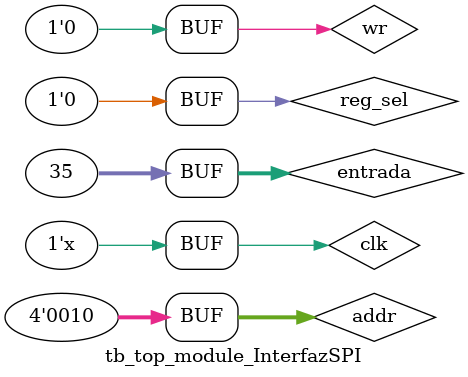
<source format=sv>
`timescale 1ns/1ps

module tb_top_module_InterfazSPI ();

logic clk;
logic wr;
logic reg_sel;
logic [31:0] entrada;
logic [$clog2(8):0] addr;

logic bit_tx;
logic sclk;
logic [31:0] salida;

module_InterfazSPI #(.N(8)) InterfazSPI (
    .clk_i (clk),     // Reloj 100 MHz
    .wr_i (wr),      // Write Enable
    .reg_sel_i (reg_sel), // Selector de registro
    .entrada_i (entrada), // Entrada de datos
    .addr_i (addr),    // Dirección de guardado del registro
    .bit_rx_i (bit_tx),  // Bits recibidos del PMOD
    .bit_tx_o (bit_tx),  // Bits enviados al PMOD
    .sclk_o (sclk),    // Señal SCLK
    .salida_o (salida)   // Salida de datos
);

initial begin
    
    clk = 1;
    entrada = '0;
    reg_sel = 1;
    wr = 1;
    
    // Escribe 89 en registro 0
    #10000
    entrada[7:0] = 8'b10001001;
    addr = 0;
    
    // Escribe 76 en registro 1
    #10000
    entrada[7:0] = 8'b01110110;
    addr = 1;
    
    // Escribe 54 en regisro 2
    #10000
    entrada[7:0] = 8'b01010100;
    addr = 2;
    
    // Entrada reiniciado
    #10000
    wr = 0;
    reg_sel = 0;
    entrada = '0;
    
    // Quiero 3 transacciones 
    #10000
    wr = 1;
    entrada[12:4] = 2;
    entrada[1] = 1;
    entrada[0] = 1;
    
    #10000
    wr = 0;
    
end

always #5 clk = ~clk;

endmodule
</source>
